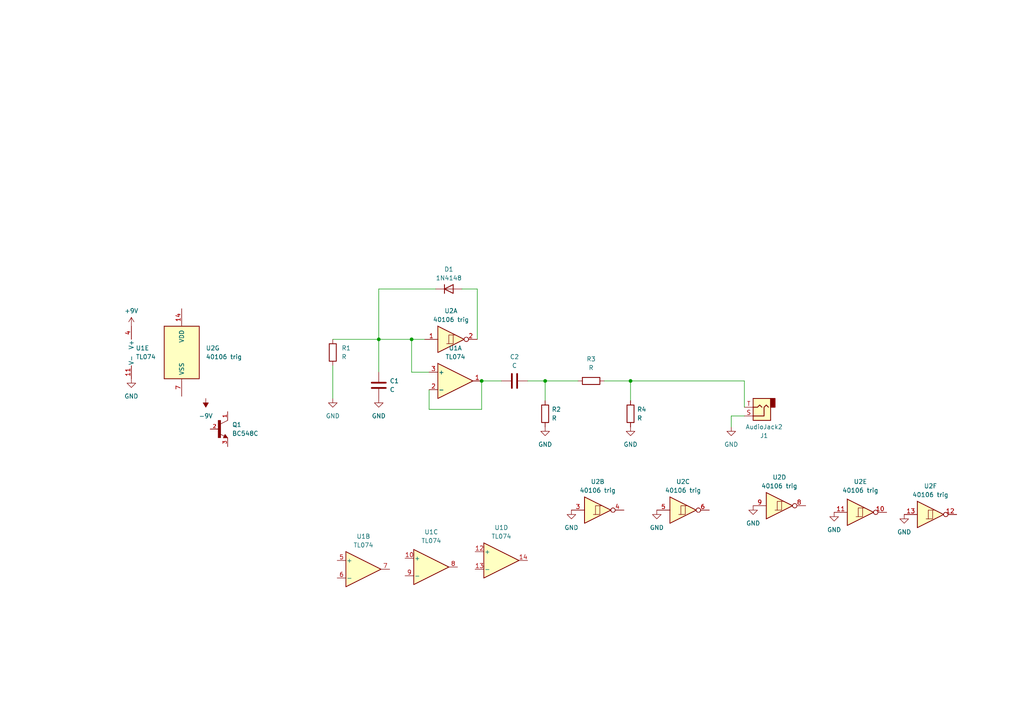
<source format=kicad_sch>
(kicad_sch (version 20230121) (generator eeschema)
  (paper "A4")
  (lib_symbols
    (symbol "4xxx:40106" (pin_names (offset 1.016))
      (property "Reference" "U" (at 0 1.27 0))
      (property "Value" "40106" (at 0 -1.27 0))
      (symbol "40106_1_0"
        (polyline (pts (xy -0.635 -1.27) (xy -0.635 1.27) (xy 0.635 1.27)))
        (polyline (pts (xy -3.81 3.81) (xy -3.81 -3.81) (xy 3.81 0) (xy -3.81 3.81)) (stroke (width 0.254)) (fill (type background)))
        (polyline (pts (xy -1.27 -1.27) (xy 0.635 -1.27) (xy 0.635 1.27) (xy 1.27 1.27)))
        (pin input line (at -7.62 0 0) (length 3.81) (name "~") (number "1"))
        (pin output inverted (at 7.62 0 180) (length 3.81) (name "~") (number "2"))
      )
      (symbol "40106_2_0"
        (polyline (pts (xy -0.635 -1.27) (xy -0.635 1.27) (xy 0.635 1.27)))
        (polyline (pts (xy -3.81 3.81) (xy -3.81 -3.81) (xy 3.81 0) (xy -3.81 3.81)) (stroke (width 0.254)) (fill (type background)))
        (polyline (pts (xy -1.27 -1.27) (xy 0.635 -1.27) (xy 0.635 1.27) (xy 1.27 1.27)))
        (pin input line (at -7.62 0 0) (length 3.81) (name "~") (number "3"))
        (pin output inverted (at 7.62 0 180) (length 3.81) (name "~") (number "4"))
      )
      (symbol "40106_3_0"
        (polyline (pts (xy -0.635 -1.27) (xy -0.635 1.27) (xy 0.635 1.27)))
        (polyline (pts (xy -3.81 3.81) (xy -3.81 -3.81) (xy 3.81 0) (xy -3.81 3.81)) (stroke (width 0.254)) (fill (type background)))
        (polyline (pts (xy -1.27 -1.27) (xy 0.635 -1.27) (xy 0.635 1.27) (xy 1.27 1.27)))
        (pin input line (at -7.62 0 0) (length 3.81) (name "~") (number "5"))
        (pin output inverted (at 7.62 0 180) (length 3.81) (name "~") (number "6"))
      )
      (symbol "40106_4_0"
        (polyline (pts (xy -0.635 -1.27) (xy -0.635 1.27) (xy 0.635 1.27)))
        (polyline (pts (xy -3.81 3.81) (xy -3.81 -3.81) (xy 3.81 0) (xy -3.81 3.81)) (stroke (width 0.254)) (fill (type background)))
        (polyline (pts (xy -1.27 -1.27) (xy 0.635 -1.27) (xy 0.635 1.27) (xy 1.27 1.27)))
        (pin output inverted (at 7.62 0 180) (length 3.81) (name "~") (number "8"))
        (pin input line (at -7.62 0 0) (length 3.81) (name "~") (number "9"))
      )
      (symbol "40106_5_0"
        (polyline (pts (xy -0.635 -1.27) (xy -0.635 1.27) (xy 0.635 1.27)))
        (polyline (pts (xy -3.81 3.81) (xy -3.81 -3.81) (xy 3.81 0) (xy -3.81 3.81)) (stroke (width 0.254)) (fill (type background)))
        (polyline (pts (xy -1.27 -1.27) (xy 0.635 -1.27) (xy 0.635 1.27) (xy 1.27 1.27)))
        (pin output inverted (at 7.62 0 180) (length 3.81) (name "~") (number "10"))
        (pin input line (at -7.62 0 0) (length 3.81) (name "~") (number "11"))
      )
      (symbol "40106_6_0"
        (polyline (pts (xy -0.635 -1.27) (xy -0.635 1.27) (xy 0.635 1.27)))
        (polyline (pts (xy -3.81 3.81) (xy -3.81 -3.81) (xy 3.81 0) (xy -3.81 3.81)) (stroke (width 0.254)) (fill (type background)))
        (polyline (pts (xy -1.27 -1.27) (xy 0.635 -1.27) (xy 0.635 1.27) (xy 1.27 1.27)))
        (pin output inverted (at 7.62 0 180) (length 3.81) (name "~") (number "12"))
        (pin input line (at -7.62 0 0) (length 3.81) (name "~") (number "13"))
      )
      (symbol "40106_7_0"
        (pin power_in line (at 0 12.7 270) (length 5.08) (name "VDD") (number "14"))
        (pin power_in line (at 0 -12.7 90) (length 5.08) (name "VSS") (number "7"))
      )
      (symbol "40106_7_1"
        (rectangle (start -5.08 7.62) (end 5.08 -7.62) (stroke (width 0.254)) (fill (type background)))
      )
    )
    (symbol "Amplifier_Operational:TL074" (pin_names (offset 0.127))
      (property "Reference" "U" (at 0 5.08 0))
      (property "Value" "TL074" (at 0 -5.08 0))
      (symbol "TL074_1_1"
        (polyline (pts (xy -5.08 5.08) (xy 5.08 0) (xy -5.08 -5.08) (xy -5.08 5.08)) (stroke (width 0.254)) (fill (type background)))
        (pin output line (at 7.62 0 180) (length 2.54) (name "~") (number "1"))
        (pin input line (at -7.62 -2.54 0) (length 2.54) (name "-") (number "2"))
        (pin input line (at -7.62 2.54 0) (length 2.54) (name "+") (number "3"))
      )
      (symbol "TL074_2_1"
        (polyline (pts (xy -5.08 5.08) (xy 5.08 0) (xy -5.08 -5.08) (xy -5.08 5.08)) (stroke (width 0.254)) (fill (type background)))
        (pin input line (at -7.62 2.54 0) (length 2.54) (name "+") (number "5"))
        (pin input line (at -7.62 -2.54 0) (length 2.54) (name "-") (number "6"))
        (pin output line (at 7.62 0 180) (length 2.54) (name "~") (number "7"))
      )
      (symbol "TL074_3_1"
        (polyline (pts (xy -5.08 5.08) (xy 5.08 0) (xy -5.08 -5.08) (xy -5.08 5.08)) (stroke (width 0.254)) (fill (type background)))
        (pin input line (at -7.62 2.54 0) (length 2.54) (name "+") (number "10"))
        (pin output line (at 7.62 0 180) (length 2.54) (name "~") (number "8"))
        (pin input line (at -7.62 -2.54 0) (length 2.54) (name "-") (number "9"))
      )
      (symbol "TL074_4_1"
        (polyline (pts (xy -5.08 5.08) (xy 5.08 0) (xy -5.08 -5.08) (xy -5.08 5.08)) (stroke (width 0.254)) (fill (type background)))
        (pin input line (at -7.62 2.54 0) (length 2.54) (name "+") (number "12"))
        (pin input line (at -7.62 -2.54 0) (length 2.54) (name "-") (number "13"))
        (pin output line (at 7.62 0 180) (length 2.54) (name "~") (number "14"))
      )
      (symbol "TL074_5_1"
        (pin power_in line (at -2.54 -7.62 90) (length 3.81) (name "V-") (number "11"))
        (pin power_in line (at -2.54 7.62 270) (length 3.81) (name "V+") (number "4"))
      )
    )
    (symbol "BC548C:BC548C" (pin_names (offset 1.016))
      (property "Reference" "Q" (at -10.16 7.62 0))
      (property "Value" "BC548C" (at -10.16 -7.62 0))
      (symbol "BC548C_0_0"
        (rectangle (start -0.254 -2.54) (end 0.508 2.54) (stroke (width 0.1)) (fill (type outline)))
        (polyline (pts (xy 1.54 -2.04) (xy 0.308 -1.424)) (stroke (width 0.1524)))
        (polyline (pts (xy 2.54 2.54) (xy 0.508 1.524)) (stroke (width 0.1524)))
        (polyline (pts (xy 1.27 -2.54) (xy 1.778 -1.524) (xy 2.54 -2.54) (xy 1.27 -2.54)) (stroke (width 0.1524)) (fill (type outline)))
        (pin passive line (at 2.54 5.08 270) (length 2.54) (name "~") (number "1"))
        (pin passive line (at -2.54 0 0) (length 2.54) (name "~") (number "2"))
        (pin passive line (at 2.54 -5.08 90) (length 2.54) (name "~") (number "3"))
      )
    )
    (symbol "Connector_Audio:AudioJack2"
      (property "Reference" "J" (at 0 8.89 0))
      (property "Value" "AudioJack2" (at 0 6.35 0))
      (symbol "AudioJack2_0_1"
        (rectangle (start -3.81 0) (end -2.54 -2.54) (stroke (width 0.254)) (fill (type outline)))
        (rectangle (start -2.54 3.81) (end 2.54 -2.54) (stroke (width 0.254)) (fill (type background)))
        (polyline (pts (xy 0 0) (xy 0.635 -0.635) (xy 1.27 0) (xy 2.54 0)) (stroke (width 0.254)))
        (polyline (pts (xy 2.54 2.54) (xy -0.635 2.54) (xy -0.635 0) (xy -1.27 -0.635) (xy -1.905 0)) (stroke (width 0.254)))
      )
      (symbol "AudioJack2_1_1"
        (pin passive line (at 5.08 2.54 180) (length 2.54) (name "~") (number "S"))
        (pin passive line (at 5.08 0 180) (length 2.54) (name "~") (number "T"))
      )
    )
    (symbol "Device:C" (pin_numbers hide) (pin_names (offset 0.254))
      (property "Reference" "C" (at 0.635 2.54 0))
      (property "Value" "C" (at 0.635 -2.54 0))
      (symbol "C_0_1"
        (polyline (pts (xy -2.032 -0.762) (xy 2.032 -0.762)) (stroke (width 0.508)))
        (polyline (pts (xy -2.032 0.762) (xy 2.032 0.762)) (stroke (width 0.508)))
      )
      (symbol "C_1_1"
        (pin passive line (at 0 3.81 270) (length 2.794) (name "~") (number "1"))
        (pin passive line (at 0 -3.81 90) (length 2.794) (name "~") (number "2"))
      )
    )
    (symbol "Device:R" (pin_numbers hide) (pin_names (offset 0))
      (property "Reference" "R" (at 2.032 0 90))
      (property "Value" "R" (at 0 0 90))
      (symbol "R_0_1"
        (rectangle (start -1.016 -2.54) (end 1.016 2.54) (stroke (width 0.254)))
      )
      (symbol "R_1_1"
        (pin passive line (at 0 3.81 270) (length 1.27) (name "~") (number "1"))
        (pin passive line (at 0 -3.81 90) (length 1.27) (name "~") (number "2"))
      )
    )
    (symbol "Diode:1N4148" (pin_numbers hide) (pin_names hide)
      (property "Reference" "D" (at 0 2.54 0))
      (property "Value" "1N4148" (at 0 -2.54 0))
      (symbol "1N4148_0_1"
        (polyline (pts (xy -1.27 1.27) (xy -1.27 -1.27)) (stroke (width 0.254)))
        (polyline (pts (xy 1.27 0) (xy -1.27 0)))
        (polyline (pts (xy 1.27 1.27) (xy 1.27 -1.27) (xy -1.27 0) (xy 1.27 1.27)) (stroke (width 0.254)))
      )
      (symbol "1N4148_1_1"
        (pin passive line (at -3.81 0 0) (length 2.54) (name "K") (number "1"))
        (pin passive line (at 3.81 0 180) (length 2.54) (name "A") (number "2"))
      )
    )
    (symbol "power:+9V" (power) (pin_names (offset 0))
      (property "Value" "+9V" (at 0 3.556 0))
      (symbol "+9V_0_1"
        (polyline (pts (xy -0.762 1.27) (xy 0 2.54)))
        (polyline (pts (xy 0 0) (xy 0 2.54)))
        (polyline (pts (xy 0 2.54) (xy 0.762 1.27)))
      )
      (symbol "+9V_1_1"
        (pin power_in line (at 0 0 90) (length 0) hide (name "+9V") (number "1"))
      )
    )
    (symbol "power:-9V" (power) (pin_names (offset 0))
      (property "Value" "-9V" (at 0 3.81 0))
      (symbol "-9V_0_1"
        (polyline (pts (xy 0 0) (xy 0 2.54)))
        (polyline (pts (xy 0.762 1.27) (xy -0.762 1.27) (xy 0 2.54) (xy 0.762 1.27)) (fill (type outline)))
      )
      (symbol "-9V_1_1"
        (pin power_in line (at 0 0 90) (length 0) hide (name "-9V") (number "1"))
      )
    )
    (symbol "power:GND" (power) (pin_names (offset 0))
      (property "Value" "GND" (at 0 -3.81 0))
      (symbol "GND_0_1"
        (polyline (pts (xy 0 0) (xy 0 -1.27) (xy 1.27 -1.27) (xy 0 -2.54) (xy -1.27 -1.27) (xy 0 -1.27)))
      )
      (symbol "GND_1_1"
        (pin power_in line (at 0 0 270) (length 0) hide (name "GND") (number "1"))
      )
    )
  )
  (junction (at 139.7 110.49))
  (junction (at 119.38 98.425))
  (junction (at 109.855 98.425))
  (junction (at 182.88 110.49))
  (junction (at 158.115 110.49))
  (wire (pts (xy 119.38 98.425) (xy 123.19 98.425)))
  (wire (pts (xy 119.38 107.95) (xy 124.46 107.95)))
  (wire (pts (xy 124.46 118.745) (xy 124.46 113.03)))
  (wire (pts (xy 175.26 110.49) (xy 182.88 110.49)))
  (wire (pts (xy 182.88 110.49) (xy 182.88 116.205)))
  (wire (pts (xy 139.7 110.49) (xy 145.415 110.49)))
  (wire (pts (xy 158.115 110.49) (xy 167.64 110.49)))
  (wire (pts (xy 96.52 106.045) (xy 96.52 115.57)))
  (wire (pts (xy 215.9 120.65) (xy 212.09 120.65)))
  (wire (pts (xy 109.855 98.425) (xy 109.855 107.95)))
  (wire (pts (xy 215.9 110.49) (xy 215.9 118.11)))
  (wire (pts (xy 139.7 110.49) (xy 139.7 118.745)))
  (wire (pts (xy 212.09 120.65) (xy 212.09 123.825)))
  (wire (pts (xy 182.88 110.49) (xy 215.9 110.49)))
  (wire (pts (xy 119.38 98.425) (xy 119.38 107.95)))
  (wire (pts (xy 138.43 98.425) (xy 138.43 83.82)))
  (wire (pts (xy 96.52 98.425) (xy 109.855 98.425)))
  (wire (pts (xy 153.035 110.49) (xy 158.115 110.49)))
  (wire (pts (xy 126.365 83.82) (xy 109.855 83.82)))
  (wire (pts (xy 138.43 83.82) (xy 133.985 83.82)))
  (wire (pts (xy 109.855 83.82) (xy 109.855 98.425)))
  (wire (pts (xy 139.7 118.745) (xy 124.46 118.745)))
  (wire (pts (xy 158.115 110.49) (xy 158.115 116.205)))
  (wire (pts (xy 109.855 98.425) (xy 119.38 98.425)))
  (symbol (lib_id "Device:R") (at 171.45 110.49 90) (unit 1)
    (property "Reference" "R3" (at 171.45 104.14 90))
    (property "Value" "R" (at 171.45 106.68 90))
    (property "Footprint" "Resistor_THT:R_Axial_DIN0207_L6.3mm_D2.5mm_P2.54mm_Vertical" (effects hide))
  )
  (symbol (lib_id "power:+9V") (at 38.1 94.615 0) (unit 1)
    (property "Reference" "#PWR012" (effects hide))
    (property "Value" "+9V" (at 38.1 90.17 0))
  )
  (symbol (lib_id "Amplifier_Operational:TL074") (at 125.095 164.465 0) (unit 3)
    (property "Reference" "U1" (at 125.095 154.305 0))
    (property "Value" "TL074" (at 125.095 156.845 0))
    (property "Footprint" "TL074CN:DIP794W45P254L1969H508Q14" (effects hide))
    (property "Datasheet" "http://www.ti.com/lit/ds/symlink/tl071.pdf" (effects hide))
  )
  (symbol (lib_id "power:GND") (at 218.44 146.685 0) (unit 1)
    (property "Reference" "#PWR06" (effects hide))
    (property "Value" "GND" (at 218.44 151.765 0))
  )
  (symbol (lib_id "Device:R") (at 158.115 120.015 180) (unit 1)
    (property "Reference" "R2" (at 160.02 118.745 0) (effects (justify right)))
    (property "Value" "R" (at 160.02 121.285 0) (effects (justify right)))
    (property "Footprint" "Resistor_THT:R_Axial_DIN0207_L6.3mm_D2.5mm_P2.54mm_Vertical" (effects hide))
  )
  (symbol (lib_id "Amplifier_Operational:TL074") (at 145.415 162.56 0) (unit 4)
    (property "Reference" "U1" (at 145.415 153.035 0))
    (property "Value" "TL074" (at 145.415 155.575 0))
    (property "Footprint" "TL074CN:DIP794W45P254L1969H508Q14" (effects hide))
    (property "Datasheet" "http://www.ti.com/lit/ds/symlink/tl071.pdf" (effects hide))
  )
  (symbol (lib_id "Amplifier_Operational:TL074") (at 132.08 110.49 0) (unit 1)
    (property "Reference" "U1" (at 132.08 100.965 0))
    (property "Value" "TL074" (at 132.08 103.505 0))
    (property "Footprint" "TL074CN:DIP794W45P254L1969H508Q14" (effects hide))
    (property "Datasheet" "http://www.ti.com/lit/ds/symlink/tl071.pdf" (effects hide))
  )
  (symbol (lib_id "Amplifier_Operational:TL074") (at 40.64 102.235 0) (unit 5)
    (property "Reference" "U1" (at 39.37 100.965 0) (effects (justify left)))
    (property "Value" "TL074" (at 39.37 103.505 0) (effects (justify left)))
    (property "Footprint" "TL074CN:DIP794W45P254L1969H508Q14" (effects hide))
    (property "Datasheet" "http://www.ti.com/lit/ds/symlink/tl071.pdf" (effects hide))
  )
  (symbol (lib_id "4xxx:40106") (at 249.555 148.59 0) (unit 5)
    (property "Reference" "U2" (at 249.555 139.7 0))
    (property "Value" "40106 trig" (at 249.555 142.24 0))
    (property "Footprint" "CD40106BE:DIP794W45P254L1969H508Q14" (effects hide))
    (property "Datasheet" "https://assets.nexperia.com/documents/data-sheet/HEF40106B.pdf" (effects hide))
  )
  (symbol (lib_id "power:GND") (at 262.255 149.225 0) (unit 1)
    (property "Reference" "#PWR08" (effects hide))
    (property "Value" "GND" (at 262.255 154.305 0))
  )
  (symbol (lib_id "power:GND") (at 158.115 123.825 0) (unit 1)
    (property "Reference" "#PWR03" (effects hide))
    (property "Value" "GND" (at 158.115 128.905 0))
  )
  (symbol (lib_id "Device:C") (at 109.855 111.76 0) (unit 1)
    (property "Reference" "C1" (at 113.03 110.49 0) (effects (justify left)))
    (property "Value" "C" (at 113.03 113.03 0) (effects (justify left)))
    (property "Footprint" "Capacitor_THT:C_Disc_D5.1mm_W3.2mm_P5.00mm" (effects hide))
  )
  (symbol (lib_id "Diode:1N4148") (at 130.175 83.82 0) (unit 1)
    (property "Reference" "D1" (at 130.175 78.105 0))
    (property "Value" "1N4148" (at 130.175 80.645 0))
    (property "Footprint" "Diode_THT:D_DO-35_SOD27_P7.62mm_Horizontal" (effects hide))
    (property "Datasheet" "https://assets.nexperia.com/documents/data-sheet/1N4148_1N4448.pdf" (effects hide))
    (property "Sim.Device" "D" (effects hide))
    (property "Sim.Pins" "1=K 2=A" (effects hide))
  )
  (symbol (lib_id "power:GND") (at 96.52 115.57 0) (unit 1)
    (property "Reference" "#PWR02" (effects hide))
    (property "Value" "GND" (at 96.52 120.65 0))
  )
  (symbol (lib_id "4xxx:40106") (at 269.875 149.225 0) (unit 6)
    (property "Reference" "U2" (at 269.875 140.97 0))
    (property "Value" "40106 trig" (at 269.875 143.51 0))
    (property "Footprint" "CD40106BE:DIP794W45P254L1969H508Q14" (effects hide))
    (property "Datasheet" "https://assets.nexperia.com/documents/data-sheet/HEF40106B.pdf" (effects hide))
  )
  (symbol (lib_id "power:GND") (at 241.935 148.59 0) (unit 1)
    (property "Reference" "#PWR07" (effects hide))
    (property "Value" "GND" (at 241.935 153.67 0))
  )
  (symbol (lib_id "power:GND") (at 109.855 115.57 0) (unit 1)
    (property "Reference" "#PWR01" (effects hide))
    (property "Value" "GND" (at 109.855 120.65 0))
  )
  (symbol (lib_id "BC548C:BC548C") (at 63.5 124.46 0) (unit 1)
    (property "Reference" "Q1" (at 67.31 123.19 0) (effects (justify left)))
    (property "Value" "BC548C" (at 67.31 125.73 0) (effects (justify left)))
    (property "Footprint" "BC548C:TO92250P510H770-3" (effects hide))
    (property "MF" "ON" (effects hide))
    (property "Purchase-URL" "https://www.snapeda.com/api/url_track_click_mouser/?unipart_id=455158&manufacturer=ON&part_name=BC548C&search_term=None" (effects hide))
    (property "Package" "E-PKG AXIAL-LEADED-2 ON Semiconductor" (effects hide))
    (property "Price" "None" (effects hide))
    (property "Check_prices" "https://www.snapeda.com/parts/BC548C/Onsemi/view-part/?ref=eda" (effects hide))
    (property "SnapEDA_Link" "https://www.snapeda.com/parts/BC548C/Onsemi/view-part/?ref=snap" (effects hide))
    (property "MP" "BC548C" (effects hide))
    (property "Availability" "In Stock" (effects hide))
    (property "Description" "\nBipolar (BJT) Transistor NPN 30 V 100 mA 300MHz 625 mW Through Hole TO-92 (TO-226)\n" (effects hide))
  )
  (symbol (lib_id "4xxx:40106") (at 173.355 147.955 0) (unit 2)
    (property "Reference" "U2" (at 173.355 139.7 0))
    (property "Value" "40106 trig" (at 173.355 142.24 0))
    (property "Footprint" "CD40106BE:DIP794W45P254L1969H508Q14" (effects hide))
    (property "Datasheet" "https://assets.nexperia.com/documents/data-sheet/HEF40106B.pdf" (effects hide))
  )
  (symbol (lib_id "Connector_Audio:AudioJack2") (at 220.98 118.11 180) (unit 1)
    (property "Reference" "J1" (at 221.615 126.365 0))
    (property "Value" "AudioJack2" (at 221.615 123.825 0))
    (property "Footprint" "Connector_Audio:Jack_6.35mm_Neutrik_NJ2FD-V_Vertical" (effects hide))
  )
  (symbol (lib_id "4xxx:40106") (at 226.06 146.685 0) (unit 4)
    (property "Reference" "U2" (at 226.06 138.43 0))
    (property "Value" "40106 trig" (at 226.06 140.97 0))
    (property "Footprint" "CD40106BE:DIP794W45P254L1969H508Q14" (effects hide))
    (property "Datasheet" "https://assets.nexperia.com/documents/data-sheet/HEF40106B.pdf" (effects hide))
  )
  (symbol (lib_id "power:GND") (at 165.735 147.955 0) (unit 1)
    (property "Reference" "#PWR04" (effects hide))
    (property "Value" "GND" (at 165.735 153.035 0))
  )
  (symbol (lib_id "Device:C") (at 149.225 110.49 90) (unit 1)
    (property "Reference" "C2" (at 149.225 103.505 90))
    (property "Value" "C" (at 149.225 106.045 90))
    (property "Footprint" "Capacitor_THT:C_Disc_D5.1mm_W3.2mm_P5.00mm" (effects hide))
  )
  (symbol (lib_id "4xxx:40106") (at 130.81 98.425 0) (unit 1)
    (property "Reference" "U2" (at 130.81 90.17 0))
    (property "Value" "40106 trig" (at 130.81 92.71 0))
    (property "Footprint" "CD40106BE:DIP794W45P254L1969H508Q14" (effects hide))
    (property "Datasheet" "https://assets.nexperia.com/documents/data-sheet/HEF40106B.pdf" (effects hide))
  )
  (symbol (lib_id "power:GND") (at 38.1 109.855 0) (unit 1)
    (property "Reference" "#PWR09" (effects hide))
    (property "Value" "GND" (at 38.1 114.935 0))
  )
  (symbol (lib_id "Amplifier_Operational:TL074") (at 105.41 165.1 0) (unit 2)
    (property "Reference" "U1" (at 105.41 155.575 0))
    (property "Value" "TL074" (at 105.41 158.115 0))
    (property "Footprint" "TL074CN:DIP794W45P254L1969H508Q14" (effects hide))
    (property "Datasheet" "http://www.ti.com/lit/ds/symlink/tl071.pdf" (effects hide))
  )
  (symbol (lib_id "power:GND") (at 182.88 123.825 0) (unit 1)
    (property "Reference" "#PWR010" (effects hide))
    (property "Value" "GND" (at 182.88 128.905 0))
  )
  (symbol (lib_id "Device:R") (at 96.52 102.235 0) (unit 1)
    (property "Reference" "R1" (at 99.06 100.965 0) (effects (justify left)))
    (property "Value" "R" (at 99.06 103.505 0) (effects (justify left)))
    (property "Footprint" "Resistor_THT:R_Axial_DIN0207_L6.3mm_D2.5mm_P2.54mm_Vertical" (effects hide))
  )
  (symbol (lib_id "power:GND") (at 190.5 147.955 0) (unit 1)
    (property "Reference" "#PWR05" (effects hide))
    (property "Value" "GND" (at 190.5 153.035 0))
  )
  (symbol (lib_id "Device:R") (at 182.88 120.015 180) (unit 1)
    (property "Reference" "R4" (at 184.785 118.745 0) (effects (justify right)))
    (property "Value" "R" (at 184.785 121.285 0) (effects (justify right)))
    (property "Footprint" "Resistor_THT:R_Axial_DIN0207_L6.3mm_D2.5mm_P2.54mm_Vertical" (effects hide))
  )
  (symbol (lib_id "power:GND") (at 212.09 123.825 0) (unit 1)
    (property "Reference" "#PWR011" (effects hide))
    (property "Value" "GND" (at 212.09 128.905 0))
  )
  (symbol (lib_id "power:-9V") (at 59.69 115.57 180) (unit 1)
    (property "Reference" "#PWR013" (effects hide))
    (property "Value" "-9V" (at 59.69 120.65 0))
  )
  (symbol (lib_id "4xxx:40106") (at 198.12 147.955 0) (unit 3)
    (property "Reference" "U2" (at 198.12 139.7 0))
    (property "Value" "40106 trig" (at 198.12 142.24 0))
    (property "Footprint" "CD40106BE:DIP794W45P254L1969H508Q14" (effects hide))
    (property "Datasheet" "https://assets.nexperia.com/documents/data-sheet/HEF40106B.pdf" (effects hide))
  )
  (symbol (lib_id "4xxx:40106") (at 52.705 102.235 0) (unit 7)
    (property "Reference" "U2" (at 59.69 100.965 0) (effects (justify left)))
    (property "Value" "40106 trig" (at 59.69 103.505 0) (effects (justify left)))
    (property "Footprint" "CD40106BE:DIP794W45P254L1969H508Q14" (effects hide))
    (property "Datasheet" "https://assets.nexperia.com/documents/data-sheet/HEF40106B.pdf" (effects hide))
  )
)
</source>
